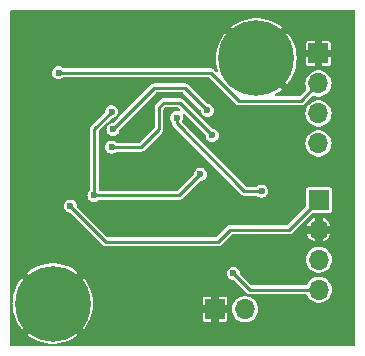
<source format=gbr>
%TF.GenerationSoftware,KiCad,Pcbnew,7.0.7*%
%TF.CreationDate,2023-09-04T20:39:43-04:00*%
%TF.ProjectId,PRJ,50524a2e-6b69-4636-9164-5f7063625858,rev?*%
%TF.SameCoordinates,Original*%
%TF.FileFunction,Copper,L2,Bot*%
%TF.FilePolarity,Positive*%
%FSLAX46Y46*%
G04 Gerber Fmt 4.6, Leading zero omitted, Abs format (unit mm)*
G04 Created by KiCad (PCBNEW 7.0.7) date 2023-09-04 20:39:43*
%MOMM*%
%LPD*%
G01*
G04 APERTURE LIST*
%TA.AperFunction,ComponentPad*%
%ADD10R,1.700000X1.700000*%
%TD*%
%TA.AperFunction,ComponentPad*%
%ADD11O,1.700000X1.700000*%
%TD*%
%TA.AperFunction,ComponentPad*%
%ADD12C,0.800000*%
%TD*%
%TA.AperFunction,ComponentPad*%
%ADD13C,6.400000*%
%TD*%
%TA.AperFunction,ViaPad*%
%ADD14C,0.600000*%
%TD*%
%TA.AperFunction,ViaPad*%
%ADD15C,0.500000*%
%TD*%
%TA.AperFunction,Conductor*%
%ADD16C,0.250000*%
%TD*%
G04 APERTURE END LIST*
D10*
%TO.P,J1,1,Pin_1*%
%TO.N,GND*%
X131000000Y-91580000D03*
D11*
%TO.P,J1,2,Pin_2*%
%TO.N,AVDD*%
X131000000Y-94120000D03*
%TO.P,J1,3,Pin_3*%
%TO.N,Net-(J1-Pin_3)*%
X131000000Y-96660000D03*
%TO.P,J1,4,Pin_4*%
%TO.N,Net-(J1-Pin_4)*%
X131000000Y-99200000D03*
%TD*%
D12*
%TO.P,H1,1,1*%
%TO.N,GND*%
X106100000Y-112750000D03*
X106802944Y-111052944D03*
X106802944Y-114447056D03*
X108500000Y-110350000D03*
D13*
X108500000Y-112750000D03*
D12*
X108500000Y-115150000D03*
X110197056Y-111052944D03*
X110197056Y-114447056D03*
X110900000Y-112750000D03*
%TD*%
D10*
%TO.P,J2,1,Pin_1*%
%TO.N,GND*%
X122250000Y-113225000D03*
D11*
%TO.P,J2,2,Pin_2*%
%TO.N,UPDI*%
X124790000Y-113225000D03*
%TD*%
D10*
%TO.P,J3,1,Pin_1*%
%TO.N,+5V*%
X131025000Y-103960000D03*
D11*
%TO.P,J3,2,Pin_2*%
%TO.N,GND*%
X131025000Y-106500000D03*
%TO.P,J3,3,Pin_3*%
%TO.N,SCL*%
X131025000Y-109040000D03*
%TO.P,J3,4,Pin_4*%
%TO.N,SDA*%
X131025000Y-111580000D03*
%TD*%
D12*
%TO.P,H2,1,1*%
%TO.N,GND*%
X123350000Y-92000000D03*
X124052944Y-90302944D03*
X124052944Y-93697056D03*
X125750000Y-89600000D03*
D13*
X125750000Y-92000000D03*
D12*
X125750000Y-94400000D03*
X127447056Y-90302944D03*
X127447056Y-93697056D03*
X128150000Y-92000000D03*
%TD*%
D14*
%TO.N,GND*%
X114500000Y-98500000D03*
X108600000Y-103600000D03*
X114500000Y-92000000D03*
X120800000Y-106400000D03*
X127600000Y-107600000D03*
X114500000Y-95500000D03*
D15*
X110250000Y-97500000D03*
D14*
X108400000Y-100200000D03*
X121500000Y-94500000D03*
X111000000Y-103500000D03*
X118500000Y-92000000D03*
X128800000Y-97800000D03*
X108000000Y-90500000D03*
X125000000Y-105500000D03*
%TO.N,+5V*%
X110000000Y-104500000D03*
%TO.N,AVDD*%
X109000000Y-93200000D03*
%TO.N,IN-*%
X121600000Y-96400000D03*
X113600000Y-98000000D03*
%TO.N,IN+*%
X113500000Y-99500000D03*
X122000000Y-98500000D03*
%TO.N,PD_SCK*%
X119000000Y-97000000D03*
X126200000Y-103231500D03*
%TO.N,+3.3V*%
X113500000Y-96500000D03*
X121000000Y-101800000D03*
X112000000Y-103600000D03*
%TO.N,SDA*%
X123800000Y-110200000D03*
%TD*%
D16*
%TO.N,+5V*%
X131025000Y-103960000D02*
X128500000Y-106485000D01*
X113000000Y-107500000D02*
X110000000Y-104500000D01*
X128500000Y-106500000D02*
X123500000Y-106500000D01*
X122500000Y-107500000D02*
X113000000Y-107500000D01*
X128500000Y-106485000D02*
X128500000Y-106500000D01*
X123500000Y-106500000D02*
X122500000Y-107500000D01*
%TO.N,AVDD*%
X124267529Y-95579000D02*
X129541000Y-95579000D01*
X109000000Y-93200000D02*
X121888529Y-93200000D01*
X121888529Y-93200000D02*
X124267529Y-95579000D01*
X129541000Y-95579000D02*
X131000000Y-94120000D01*
%TO.N,IN-*%
X121600000Y-96400000D02*
X119700000Y-94500000D01*
X119700000Y-94500000D02*
X117100000Y-94500000D01*
X117100000Y-94500000D02*
X113600000Y-98000000D01*
%TO.N,IN+*%
X117500000Y-96133008D02*
X117500000Y-98000000D01*
X119242500Y-95742500D02*
X117890508Y-95742500D01*
X122000000Y-98500000D02*
X119242500Y-95742500D01*
X117500000Y-98000000D02*
X116000000Y-99500000D01*
X117890508Y-95742500D02*
X117500000Y-96133008D01*
X116000000Y-99500000D02*
X113500000Y-99500000D01*
%TO.N,PD_SCK*%
X119000000Y-97500000D02*
X119000000Y-97000000D01*
X126200000Y-103231500D02*
X124731500Y-103231500D01*
X124731500Y-103231500D02*
X119000000Y-97500000D01*
%TO.N,+3.3V*%
X113500000Y-96500000D02*
X112000000Y-98000000D01*
X112000000Y-103600000D02*
X119200000Y-103600000D01*
X112000000Y-98000000D02*
X112000000Y-103600000D01*
X119200000Y-103600000D02*
X121000000Y-101800000D01*
%TO.N,SDA*%
X125180000Y-111580000D02*
X131025000Y-111580000D01*
X123800000Y-110200000D02*
X125180000Y-111580000D01*
%TD*%
%TA.AperFunction,Conductor*%
%TO.N,GND*%
G36*
X109890203Y-113691243D02*
G01*
X109922322Y-113712703D01*
X110237671Y-114028052D01*
X110265448Y-114082569D01*
X110255877Y-114143001D01*
X110212612Y-114186266D01*
X110177092Y-114194793D01*
X110177268Y-114196580D01*
X110172431Y-114197056D01*
X110154324Y-114200657D01*
X110099511Y-114211561D01*
X110099509Y-114211561D01*
X110099509Y-114211562D01*
X110099507Y-114211563D01*
X110016818Y-114266814D01*
X110016814Y-114266818D01*
X109961563Y-114349507D01*
X109961560Y-114349514D01*
X109944325Y-114436155D01*
X109914428Y-114489539D01*
X109858863Y-114515154D01*
X109798853Y-114503216D01*
X109777224Y-114486843D01*
X109462703Y-114172321D01*
X109434926Y-114117805D01*
X109444497Y-114057373D01*
X109468412Y-114027038D01*
X109532520Y-113972285D01*
X109634870Y-113884870D01*
X109777037Y-113718412D01*
X109829207Y-113686442D01*
X109890203Y-113691243D01*
G37*
%TD.AperFunction*%
%TA.AperFunction,Conductor*%
G36*
X107192626Y-113694496D02*
G01*
X107222961Y-113718411D01*
X107324430Y-113837217D01*
X107365130Y-113884870D01*
X107365136Y-113884875D01*
X107365139Y-113884878D01*
X107531587Y-114027037D01*
X107563557Y-114079206D01*
X107558756Y-114140202D01*
X107537296Y-114172321D01*
X107222774Y-114486843D01*
X107168257Y-114514620D01*
X107107825Y-114505049D01*
X107064560Y-114461784D01*
X107055674Y-114436161D01*
X107038439Y-114349511D01*
X106983184Y-114266816D01*
X106900489Y-114211561D01*
X106827568Y-114197056D01*
X106822732Y-114196580D01*
X106822984Y-114194018D01*
X106774141Y-114178149D01*
X106738177Y-114128649D01*
X106738177Y-114067463D01*
X106762328Y-114028053D01*
X107077677Y-113712703D01*
X107132194Y-113684925D01*
X107192626Y-113694496D01*
G37*
%TD.AperFunction*%
%TA.AperFunction,Conductor*%
G36*
X109892173Y-110994949D02*
G01*
X109935438Y-111038214D01*
X109944326Y-111063844D01*
X109947123Y-111077906D01*
X109961561Y-111150489D01*
X110016816Y-111233184D01*
X110099511Y-111288439D01*
X110172432Y-111302944D01*
X110172441Y-111302944D01*
X110177268Y-111303420D01*
X110177015Y-111305981D01*
X110225857Y-111321851D01*
X110261821Y-111371351D01*
X110261821Y-111432537D01*
X110237669Y-111471948D01*
X109922320Y-111787296D01*
X109867804Y-111815073D01*
X109807372Y-111805502D01*
X109777037Y-111781587D01*
X109634878Y-111615139D01*
X109634875Y-111615136D01*
X109634870Y-111615130D01*
X109634863Y-111615124D01*
X109634860Y-111615121D01*
X109468411Y-111472961D01*
X109436441Y-111420792D01*
X109441242Y-111359796D01*
X109462702Y-111327677D01*
X109777224Y-111013155D01*
X109831741Y-110985378D01*
X109892173Y-110994949D01*
G37*
%TD.AperFunction*%
%TA.AperFunction,Conductor*%
G36*
X107201145Y-110996782D02*
G01*
X107222775Y-111013156D01*
X107537296Y-111327678D01*
X107565073Y-111382194D01*
X107555502Y-111442626D01*
X107531588Y-111472961D01*
X107365133Y-111615127D01*
X107365127Y-111615133D01*
X107222961Y-111781588D01*
X107170792Y-111813557D01*
X107109795Y-111808756D01*
X107077677Y-111787296D01*
X106762329Y-111471948D01*
X106734552Y-111417431D01*
X106744123Y-111356999D01*
X106787388Y-111313734D01*
X106822907Y-111305206D01*
X106822732Y-111303420D01*
X106827558Y-111302944D01*
X106827568Y-111302944D01*
X106900489Y-111288439D01*
X106983184Y-111233184D01*
X107038439Y-111150489D01*
X107055674Y-111063843D01*
X107085570Y-111010461D01*
X107141135Y-110984845D01*
X107201145Y-110996782D01*
G37*
%TD.AperFunction*%
%TA.AperFunction,Conductor*%
G36*
X127140203Y-92941243D02*
G01*
X127172322Y-92962703D01*
X127487671Y-93278052D01*
X127515448Y-93332569D01*
X127505877Y-93393001D01*
X127462612Y-93436266D01*
X127427092Y-93444793D01*
X127427268Y-93446580D01*
X127422431Y-93447056D01*
X127404324Y-93450657D01*
X127349511Y-93461561D01*
X127349509Y-93461561D01*
X127349509Y-93461562D01*
X127349507Y-93461563D01*
X127266818Y-93516814D01*
X127266814Y-93516818D01*
X127211563Y-93599507D01*
X127211560Y-93599514D01*
X127194325Y-93686155D01*
X127164428Y-93739539D01*
X127108863Y-93765154D01*
X127048853Y-93753216D01*
X127027224Y-93736843D01*
X126712703Y-93422321D01*
X126684926Y-93367805D01*
X126694497Y-93307373D01*
X126718412Y-93277038D01*
X126767850Y-93234814D01*
X126884870Y-93134870D01*
X127027037Y-92968412D01*
X127079207Y-92936442D01*
X127140203Y-92941243D01*
G37*
%TD.AperFunction*%
%TA.AperFunction,Conductor*%
G36*
X127142173Y-90244949D02*
G01*
X127185438Y-90288214D01*
X127194326Y-90313844D01*
X127197123Y-90327906D01*
X127211561Y-90400489D01*
X127266816Y-90483184D01*
X127349511Y-90538439D01*
X127422432Y-90552944D01*
X127422441Y-90552944D01*
X127427268Y-90553420D01*
X127427015Y-90555981D01*
X127475857Y-90571851D01*
X127511821Y-90621351D01*
X127511821Y-90682537D01*
X127487669Y-90721948D01*
X127172320Y-91037296D01*
X127117804Y-91065073D01*
X127057372Y-91055502D01*
X127027037Y-91031587D01*
X126884878Y-90865139D01*
X126884875Y-90865136D01*
X126884870Y-90865130D01*
X126884863Y-90865124D01*
X126884860Y-90865121D01*
X126718411Y-90722961D01*
X126686441Y-90670792D01*
X126691242Y-90609796D01*
X126712702Y-90577677D01*
X127027224Y-90263155D01*
X127081741Y-90235378D01*
X127142173Y-90244949D01*
G37*
%TD.AperFunction*%
%TA.AperFunction,Conductor*%
G36*
X124451145Y-90246782D02*
G01*
X124472775Y-90263156D01*
X124787296Y-90577678D01*
X124815073Y-90632194D01*
X124805502Y-90692626D01*
X124781588Y-90722961D01*
X124615133Y-90865127D01*
X124615127Y-90865133D01*
X124472961Y-91031588D01*
X124420792Y-91063557D01*
X124359795Y-91058756D01*
X124327677Y-91037296D01*
X124012329Y-90721948D01*
X123984552Y-90667431D01*
X123994123Y-90606999D01*
X124037388Y-90563734D01*
X124072907Y-90555206D01*
X124072732Y-90553420D01*
X124077558Y-90552944D01*
X124077568Y-90552944D01*
X124150489Y-90538439D01*
X124233184Y-90483184D01*
X124288439Y-90400489D01*
X124305674Y-90313843D01*
X124335570Y-90260461D01*
X124391135Y-90234845D01*
X124451145Y-90246782D01*
G37*
%TD.AperFunction*%
%TA.AperFunction,Conductor*%
G36*
X134058691Y-87919407D02*
G01*
X134094655Y-87968907D01*
X134099500Y-87999500D01*
X134099500Y-116250500D01*
X134080593Y-116308691D01*
X134031093Y-116344655D01*
X134000500Y-116349500D01*
X104999500Y-116349500D01*
X104941309Y-116330593D01*
X104905345Y-116281093D01*
X104900500Y-116250500D01*
X104900500Y-112817127D01*
X104919407Y-112758936D01*
X104930865Y-112750611D01*
X105068134Y-112750611D01*
X105079593Y-112758936D01*
X105098355Y-112811767D01*
X105114965Y-113118143D01*
X105174614Y-113481979D01*
X105273242Y-113837206D01*
X105273246Y-113837217D01*
X105409711Y-114179721D01*
X105582403Y-114505453D01*
X105789306Y-114810611D01*
X105789313Y-114810621D01*
X105876781Y-114913596D01*
X106383112Y-114407266D01*
X106437629Y-114379489D01*
X106498061Y-114389060D01*
X106541326Y-114432325D01*
X106550213Y-114457954D01*
X106567449Y-114544601D01*
X106622704Y-114627296D01*
X106705399Y-114682551D01*
X106778320Y-114697056D01*
X106778329Y-114697056D01*
X106783156Y-114697532D01*
X106782903Y-114700093D01*
X106831746Y-114715963D01*
X106867710Y-114765463D01*
X106867710Y-114826649D01*
X106843559Y-114866060D01*
X106334745Y-115374873D01*
X106589156Y-115568272D01*
X106589161Y-115568275D01*
X106905070Y-115758352D01*
X107239676Y-115913157D01*
X107589076Y-116030884D01*
X107949128Y-116110137D01*
X107949127Y-116110137D01*
X108315657Y-116150000D01*
X108684343Y-116150000D01*
X109050872Y-116110137D01*
X109410922Y-116030884D01*
X109410924Y-116030884D01*
X109760323Y-115913157D01*
X110094929Y-115758352D01*
X110410836Y-115568277D01*
X110665252Y-115374872D01*
X110156440Y-114866060D01*
X110128663Y-114811543D01*
X110138234Y-114751111D01*
X110181499Y-114707846D01*
X110217019Y-114699318D01*
X110216844Y-114697532D01*
X110221670Y-114697056D01*
X110221680Y-114697056D01*
X110294601Y-114682551D01*
X110377296Y-114627296D01*
X110432551Y-114544601D01*
X110449786Y-114457955D01*
X110479682Y-114404573D01*
X110535247Y-114378957D01*
X110595257Y-114390894D01*
X110616887Y-114407267D01*
X111123217Y-114913597D01*
X111210686Y-114810621D01*
X111210693Y-114810611D01*
X111417596Y-114505453D01*
X111590288Y-114179721D01*
X111624163Y-114094700D01*
X121200000Y-114094700D01*
X121211603Y-114153036D01*
X121255806Y-114219189D01*
X121255810Y-114219193D01*
X121321963Y-114263396D01*
X121380299Y-114274999D01*
X121380303Y-114275000D01*
X121924999Y-114275000D01*
X121925000Y-114274999D01*
X121925000Y-113780297D01*
X121943907Y-113722106D01*
X121993407Y-113686142D01*
X122054593Y-113686142D01*
X122065123Y-113690242D01*
X122107685Y-113709680D01*
X122125443Y-113712233D01*
X122214232Y-113725000D01*
X122214237Y-113725000D01*
X122285768Y-113725000D01*
X122366755Y-113713355D01*
X122392315Y-113709680D01*
X122434873Y-113690243D01*
X122495659Y-113683269D01*
X122548936Y-113713355D01*
X122574355Y-113769010D01*
X122575000Y-113780297D01*
X122575000Y-114274999D01*
X122575001Y-114275000D01*
X123119697Y-114275000D01*
X123119700Y-114274999D01*
X123178036Y-114263396D01*
X123244189Y-114219193D01*
X123244193Y-114219189D01*
X123288396Y-114153036D01*
X123299999Y-114094700D01*
X123300000Y-114094697D01*
X123299999Y-113550000D01*
X122807929Y-113550000D01*
X122749738Y-113531093D01*
X122713774Y-113481593D01*
X122712939Y-113423109D01*
X122749999Y-113296892D01*
X122750000Y-113296888D01*
X122750000Y-113225000D01*
X123680768Y-113225000D01*
X123699655Y-113428822D01*
X123715431Y-113484269D01*
X123755672Y-113625701D01*
X123846912Y-113808935D01*
X123970268Y-113972285D01*
X124121538Y-114110186D01*
X124295573Y-114217944D01*
X124486444Y-114291888D01*
X124687653Y-114329500D01*
X124892347Y-114329500D01*
X125093556Y-114291888D01*
X125284427Y-114217944D01*
X125458462Y-114110186D01*
X125609732Y-113972285D01*
X125733088Y-113808935D01*
X125824328Y-113625701D01*
X125880345Y-113428821D01*
X125899232Y-113225000D01*
X125880345Y-113021179D01*
X125824328Y-112824299D01*
X125733088Y-112641065D01*
X125609732Y-112477715D01*
X125458462Y-112339814D01*
X125284427Y-112232056D01*
X125093556Y-112158112D01*
X125093555Y-112158111D01*
X125093553Y-112158111D01*
X124892347Y-112120500D01*
X124687653Y-112120500D01*
X124486446Y-112158111D01*
X124295572Y-112232056D01*
X124295567Y-112232059D01*
X124121542Y-112339811D01*
X124121540Y-112339812D01*
X124121538Y-112339814D01*
X123970268Y-112477715D01*
X123953439Y-112500000D01*
X123846913Y-112641063D01*
X123846908Y-112641072D01*
X123755672Y-112824298D01*
X123699655Y-113021177D01*
X123680768Y-113225000D01*
X122750000Y-113225000D01*
X122750000Y-113153111D01*
X122749999Y-113153107D01*
X122712939Y-113026891D01*
X122714686Y-112965731D01*
X122752049Y-112917278D01*
X122807929Y-112900000D01*
X123299999Y-112900000D01*
X123299999Y-112899999D01*
X123300000Y-112355302D01*
X123299999Y-112355299D01*
X123288396Y-112296963D01*
X123244193Y-112230810D01*
X123244189Y-112230806D01*
X123178036Y-112186603D01*
X123119700Y-112175000D01*
X122575001Y-112175000D01*
X122574999Y-112175001D01*
X122575000Y-112669702D01*
X122556093Y-112727893D01*
X122506593Y-112763857D01*
X122445407Y-112763857D01*
X122434874Y-112759756D01*
X122392312Y-112740318D01*
X122285768Y-112725000D01*
X122285763Y-112725000D01*
X122214237Y-112725000D01*
X122214232Y-112725000D01*
X122107687Y-112740318D01*
X122065126Y-112759756D01*
X122004339Y-112766730D01*
X121951063Y-112736643D01*
X121925645Y-112680987D01*
X121925000Y-112669702D01*
X121925000Y-112175001D01*
X121924999Y-112175000D01*
X121380299Y-112175000D01*
X121321963Y-112186603D01*
X121255810Y-112230806D01*
X121255806Y-112230810D01*
X121211603Y-112296963D01*
X121200000Y-112355299D01*
X121200000Y-112899999D01*
X121200001Y-112900000D01*
X121692071Y-112900000D01*
X121750262Y-112918907D01*
X121786226Y-112968407D01*
X121787061Y-113026891D01*
X121750000Y-113153107D01*
X121750000Y-113296892D01*
X121787061Y-113423109D01*
X121785314Y-113484269D01*
X121747951Y-113532722D01*
X121692071Y-113550000D01*
X121200000Y-113550000D01*
X121200000Y-114094700D01*
X111624163Y-114094700D01*
X111726753Y-113837217D01*
X111726757Y-113837206D01*
X111825385Y-113481979D01*
X111885034Y-113118143D01*
X111904993Y-112749999D01*
X111885034Y-112381856D01*
X111825385Y-112018020D01*
X111726757Y-111662793D01*
X111726753Y-111662782D01*
X111590288Y-111320278D01*
X111417596Y-110994546D01*
X111210693Y-110689388D01*
X111210686Y-110689378D01*
X111123216Y-110586401D01*
X110616887Y-111092731D01*
X110562370Y-111120508D01*
X110501938Y-111110937D01*
X110458673Y-111067672D01*
X110449786Y-111042045D01*
X110432551Y-110955399D01*
X110377296Y-110872704D01*
X110294601Y-110817449D01*
X110221680Y-110802944D01*
X110216844Y-110802468D01*
X110217096Y-110799907D01*
X110168252Y-110784037D01*
X110132288Y-110734537D01*
X110132288Y-110673351D01*
X110156439Y-110633940D01*
X110590378Y-110200000D01*
X123240715Y-110200000D01*
X123259771Y-110344750D01*
X123259773Y-110344756D01*
X123302349Y-110447545D01*
X123315645Y-110479643D01*
X123404526Y-110595474D01*
X123520357Y-110684355D01*
X123655246Y-110740228D01*
X123792697Y-110758323D01*
X123847921Y-110784664D01*
X123849778Y-110786472D01*
X124876563Y-111813257D01*
X124889436Y-111829108D01*
X124896932Y-111840582D01*
X124925887Y-111863118D01*
X124930484Y-111867178D01*
X124933887Y-111870581D01*
X124953093Y-111884294D01*
X124996881Y-111918375D01*
X124996882Y-111918375D01*
X125003867Y-111922155D01*
X125011016Y-111925649D01*
X125011021Y-111925653D01*
X125064182Y-111941479D01*
X125116673Y-111959500D01*
X125116677Y-111959500D01*
X125124481Y-111960803D01*
X125132402Y-111961789D01*
X125132410Y-111961792D01*
X125187836Y-111959500D01*
X129918817Y-111959500D01*
X129977008Y-111978407D01*
X130007438Y-112014372D01*
X130010922Y-112021369D01*
X130081912Y-112163935D01*
X130205268Y-112327285D01*
X130356538Y-112465186D01*
X130530573Y-112572944D01*
X130721444Y-112646888D01*
X130922653Y-112684500D01*
X131127347Y-112684500D01*
X131328556Y-112646888D01*
X131519427Y-112572944D01*
X131693462Y-112465186D01*
X131844732Y-112327285D01*
X131968088Y-112163935D01*
X132059328Y-111980701D01*
X132115345Y-111783821D01*
X132134232Y-111580000D01*
X132115345Y-111376179D01*
X132059328Y-111179299D01*
X131968088Y-110996065D01*
X131844732Y-110832715D01*
X131693462Y-110694814D01*
X131519427Y-110587056D01*
X131328556Y-110513112D01*
X131328555Y-110513111D01*
X131328553Y-110513111D01*
X131127347Y-110475500D01*
X130922653Y-110475500D01*
X130721446Y-110513111D01*
X130530572Y-110587056D01*
X130530567Y-110587059D01*
X130356542Y-110694811D01*
X130356540Y-110694812D01*
X130356538Y-110694814D01*
X130255994Y-110786472D01*
X130205269Y-110832714D01*
X130081913Y-110996063D01*
X130081908Y-110996072D01*
X130007438Y-111145628D01*
X129964575Y-111189291D01*
X129918817Y-111200500D01*
X125378202Y-111200500D01*
X125320011Y-111181593D01*
X125308198Y-111171504D01*
X124386472Y-110249778D01*
X124358695Y-110195261D01*
X124358323Y-110192696D01*
X124355303Y-110169760D01*
X124340228Y-110055246D01*
X124284355Y-109920358D01*
X124195474Y-109804526D01*
X124195472Y-109804525D01*
X124195472Y-109804524D01*
X124113529Y-109741647D01*
X124079643Y-109715645D01*
X123944754Y-109659772D01*
X123944752Y-109659771D01*
X123944750Y-109659771D01*
X123800001Y-109640715D01*
X123799999Y-109640715D01*
X123655249Y-109659771D01*
X123655244Y-109659773D01*
X123520359Y-109715644D01*
X123404527Y-109804525D01*
X123404525Y-109804527D01*
X123315644Y-109920359D01*
X123259773Y-110055244D01*
X123259771Y-110055249D01*
X123240715Y-110199999D01*
X123240715Y-110200000D01*
X110590378Y-110200000D01*
X110665253Y-110125125D01*
X110410843Y-109931727D01*
X110410838Y-109931724D01*
X110094929Y-109741647D01*
X109760323Y-109586842D01*
X109410923Y-109469115D01*
X109050871Y-109389862D01*
X109050872Y-109389862D01*
X108684343Y-109350000D01*
X108315657Y-109350000D01*
X107949127Y-109389862D01*
X107589077Y-109469115D01*
X107589075Y-109469115D01*
X107239676Y-109586842D01*
X106905070Y-109741647D01*
X106589161Y-109931724D01*
X106589156Y-109931727D01*
X106334745Y-110125125D01*
X106843560Y-110633940D01*
X106871337Y-110688457D01*
X106861766Y-110748889D01*
X106818501Y-110792154D01*
X106782980Y-110800681D01*
X106783156Y-110802468D01*
X106778319Y-110802944D01*
X106760212Y-110806545D01*
X106705399Y-110817449D01*
X106705397Y-110817449D01*
X106705397Y-110817450D01*
X106705395Y-110817451D01*
X106622706Y-110872702D01*
X106622702Y-110872706D01*
X106567451Y-110955395D01*
X106567448Y-110955402D01*
X106550213Y-111042043D01*
X106520316Y-111095427D01*
X106464751Y-111121042D01*
X106404741Y-111109104D01*
X106383112Y-111092732D01*
X105876781Y-110586401D01*
X105789316Y-110689374D01*
X105789311Y-110689380D01*
X105582403Y-110994546D01*
X105409711Y-111320278D01*
X105273246Y-111662782D01*
X105273242Y-111662793D01*
X105174614Y-112018020D01*
X105114965Y-112381856D01*
X105098355Y-112688232D01*
X105076325Y-112745313D01*
X105068134Y-112750611D01*
X104930865Y-112750611D01*
X104932289Y-112749576D01*
X104916374Y-112736641D01*
X104900500Y-112682872D01*
X104900500Y-109040000D01*
X129915768Y-109040000D01*
X129934655Y-109243821D01*
X129990672Y-109440701D01*
X130081912Y-109623935D01*
X130205268Y-109787285D01*
X130356538Y-109925186D01*
X130530573Y-110032944D01*
X130721444Y-110106888D01*
X130922653Y-110144500D01*
X131127347Y-110144500D01*
X131328556Y-110106888D01*
X131519427Y-110032944D01*
X131693462Y-109925186D01*
X131844732Y-109787285D01*
X131968088Y-109623935D01*
X132059328Y-109440701D01*
X132115345Y-109243821D01*
X132134232Y-109040000D01*
X132115345Y-108836179D01*
X132059328Y-108639299D01*
X131968088Y-108456065D01*
X131844732Y-108292715D01*
X131693462Y-108154814D01*
X131519427Y-108047056D01*
X131328556Y-107973112D01*
X131328555Y-107973111D01*
X131328553Y-107973111D01*
X131127347Y-107935500D01*
X130922653Y-107935500D01*
X130721446Y-107973111D01*
X130530572Y-108047056D01*
X130530567Y-108047059D01*
X130356542Y-108154811D01*
X130356540Y-108154812D01*
X130356538Y-108154814D01*
X130223461Y-108276129D01*
X130205269Y-108292714D01*
X130081913Y-108456063D01*
X130081908Y-108456072D01*
X129990672Y-108639298D01*
X129934655Y-108836177D01*
X129934654Y-108836179D01*
X129934655Y-108836179D01*
X129915768Y-109040000D01*
X104900500Y-109040000D01*
X104900500Y-104500000D01*
X109440715Y-104500000D01*
X109444375Y-104527805D01*
X109459772Y-104644754D01*
X109515645Y-104779643D01*
X109604526Y-104895474D01*
X109720357Y-104984355D01*
X109855246Y-105040228D01*
X109992697Y-105058323D01*
X110047921Y-105084664D01*
X110049778Y-105086472D01*
X112696563Y-107733257D01*
X112709436Y-107749108D01*
X112716932Y-107760582D01*
X112745887Y-107783118D01*
X112750484Y-107787178D01*
X112753887Y-107790581D01*
X112773094Y-107804295D01*
X112784440Y-107813126D01*
X112816881Y-107838375D01*
X112816882Y-107838375D01*
X112823867Y-107842155D01*
X112831016Y-107845649D01*
X112831021Y-107845653D01*
X112884182Y-107861479D01*
X112936673Y-107879500D01*
X112936677Y-107879500D01*
X112944481Y-107880803D01*
X112952402Y-107881789D01*
X112952410Y-107881792D01*
X113007836Y-107879500D01*
X122450373Y-107879500D01*
X122470688Y-107881607D01*
X122475205Y-107882553D01*
X122484100Y-107884419D01*
X122520514Y-107879879D01*
X122526639Y-107879500D01*
X122531444Y-107879500D01*
X122539200Y-107878205D01*
X122554715Y-107875616D01*
X122609783Y-107868752D01*
X122609786Y-107868750D01*
X122617380Y-107866490D01*
X122624923Y-107863900D01*
X122624927Y-107863900D01*
X122673705Y-107837502D01*
X122723568Y-107813126D01*
X122723570Y-107813123D01*
X122730010Y-107808525D01*
X122736309Y-107803622D01*
X122736316Y-107803619D01*
X122773880Y-107762813D01*
X122803436Y-107733257D01*
X123628199Y-106908496D01*
X123682715Y-106880719D01*
X123698202Y-106879500D01*
X128482258Y-106879500D01*
X128486347Y-106879669D01*
X128488369Y-106879836D01*
X128531772Y-106883433D01*
X128575994Y-106872233D01*
X128579949Y-106871404D01*
X128624927Y-106863900D01*
X128628164Y-106862147D01*
X128650981Y-106853244D01*
X128654551Y-106852341D01*
X128692736Y-106827392D01*
X128696211Y-106825322D01*
X128736316Y-106803619D01*
X128738802Y-106800917D01*
X128757499Y-106785081D01*
X128760582Y-106783068D01*
X128788587Y-106747084D01*
X128791223Y-106743972D01*
X128822097Y-106710437D01*
X128823082Y-106708190D01*
X128843737Y-106677955D01*
X129346693Y-106174999D01*
X130026339Y-106174999D01*
X130026340Y-106175000D01*
X130467071Y-106175000D01*
X130525262Y-106193907D01*
X130561226Y-106243407D01*
X130562061Y-106301891D01*
X130525000Y-106428107D01*
X130525000Y-106571892D01*
X130562061Y-106698109D01*
X130560314Y-106759269D01*
X130522951Y-106807722D01*
X130467071Y-106825000D01*
X130026340Y-106825000D01*
X130050232Y-106903762D01*
X130050234Y-106903767D01*
X130147724Y-107086160D01*
X130147731Y-107086170D01*
X130278940Y-107246050D01*
X130278949Y-107246059D01*
X130438829Y-107377268D01*
X130438839Y-107377275D01*
X130621232Y-107474765D01*
X130621237Y-107474767D01*
X130699999Y-107498660D01*
X130700000Y-107498660D01*
X130700000Y-107055297D01*
X130718907Y-106997106D01*
X130768407Y-106961142D01*
X130829593Y-106961142D01*
X130840123Y-106965242D01*
X130882685Y-106984680D01*
X130900443Y-106987233D01*
X130989232Y-107000000D01*
X130989237Y-107000000D01*
X131060768Y-107000000D01*
X131141755Y-106988355D01*
X131167315Y-106984680D01*
X131209873Y-106965243D01*
X131270659Y-106958269D01*
X131323936Y-106988355D01*
X131349355Y-107044010D01*
X131350000Y-107055297D01*
X131350000Y-107498660D01*
X131428762Y-107474767D01*
X131428767Y-107474765D01*
X131611160Y-107377275D01*
X131611170Y-107377268D01*
X131771050Y-107246059D01*
X131771059Y-107246050D01*
X131902268Y-107086170D01*
X131902275Y-107086160D01*
X131999765Y-106903767D01*
X131999767Y-106903762D01*
X132023660Y-106825000D01*
X131582929Y-106825000D01*
X131524738Y-106806093D01*
X131488774Y-106756593D01*
X131487939Y-106698109D01*
X131524999Y-106571892D01*
X131525000Y-106571888D01*
X131525000Y-106428111D01*
X131524999Y-106428107D01*
X131487939Y-106301891D01*
X131489686Y-106240731D01*
X131527049Y-106192278D01*
X131582929Y-106175000D01*
X132023660Y-106175000D01*
X132023660Y-106174999D01*
X131999767Y-106096237D01*
X131999765Y-106096232D01*
X131902275Y-105913839D01*
X131902268Y-105913829D01*
X131771059Y-105753949D01*
X131771050Y-105753940D01*
X131611170Y-105622731D01*
X131611160Y-105622724D01*
X131428771Y-105525236D01*
X131428758Y-105525231D01*
X131350000Y-105501339D01*
X131350000Y-105944702D01*
X131331093Y-106002893D01*
X131281593Y-106038857D01*
X131220407Y-106038857D01*
X131209874Y-106034756D01*
X131167312Y-106015318D01*
X131060768Y-106000000D01*
X131060763Y-106000000D01*
X130989237Y-106000000D01*
X130989232Y-106000000D01*
X130882687Y-106015318D01*
X130840126Y-106034756D01*
X130779339Y-106041730D01*
X130726063Y-106011643D01*
X130700645Y-105955987D01*
X130700000Y-105944702D01*
X130700000Y-105501339D01*
X130621241Y-105525231D01*
X130621228Y-105525236D01*
X130438839Y-105622724D01*
X130438829Y-105622731D01*
X130278949Y-105753940D01*
X130278940Y-105753949D01*
X130147731Y-105913829D01*
X130147724Y-105913839D01*
X130050234Y-106096232D01*
X130050232Y-106096237D01*
X130026339Y-106174999D01*
X129346693Y-106174999D01*
X130428197Y-105093495D01*
X130482715Y-105065718D01*
X130498202Y-105064499D01*
X131900064Y-105064499D01*
X131900066Y-105064499D01*
X131974301Y-105049734D01*
X132058484Y-104993484D01*
X132114734Y-104909301D01*
X132129500Y-104835067D01*
X132129499Y-103084934D01*
X132114734Y-103010699D01*
X132114733Y-103010697D01*
X132058486Y-102926519D01*
X132058485Y-102926518D01*
X132058484Y-102926516D01*
X131974301Y-102870266D01*
X131900067Y-102855500D01*
X131900066Y-102855500D01*
X130149936Y-102855500D01*
X130149929Y-102855501D01*
X130075699Y-102870265D01*
X130075697Y-102870266D01*
X129991519Y-102926513D01*
X129991514Y-102926518D01*
X129974582Y-102951859D01*
X129935266Y-103010699D01*
X129923437Y-103070166D01*
X129920500Y-103084932D01*
X129920500Y-104486797D01*
X129901593Y-104544988D01*
X129891504Y-104556801D01*
X128356802Y-106091504D01*
X128302285Y-106119281D01*
X128286798Y-106120500D01*
X123549627Y-106120500D01*
X123529312Y-106118393D01*
X123515901Y-106115581D01*
X123515900Y-106115581D01*
X123479485Y-106120120D01*
X123473361Y-106120500D01*
X123468557Y-106120500D01*
X123453040Y-106123088D01*
X123445281Y-106124383D01*
X123390218Y-106131247D01*
X123382608Y-106133513D01*
X123375070Y-106136100D01*
X123326289Y-106162500D01*
X123276434Y-106186872D01*
X123269966Y-106191490D01*
X123263685Y-106196379D01*
X123226118Y-106237185D01*
X123226119Y-106237186D01*
X122785354Y-106677952D01*
X122371802Y-107091504D01*
X122317285Y-107119281D01*
X122301798Y-107120500D01*
X113198202Y-107120500D01*
X113140011Y-107101593D01*
X113128198Y-107091504D01*
X110586472Y-104549778D01*
X110558695Y-104495261D01*
X110558323Y-104492696D01*
X110557546Y-104486797D01*
X110540228Y-104355246D01*
X110484355Y-104220358D01*
X110395474Y-104104526D01*
X110395472Y-104104525D01*
X110395472Y-104104524D01*
X110341571Y-104063165D01*
X110279643Y-104015645D01*
X110230948Y-103995475D01*
X110193299Y-103979880D01*
X110144754Y-103959772D01*
X110144752Y-103959771D01*
X110144750Y-103959771D01*
X110000001Y-103940715D01*
X109999999Y-103940715D01*
X109855249Y-103959771D01*
X109855246Y-103959771D01*
X109855246Y-103959772D01*
X109833569Y-103968751D01*
X109720359Y-104015644D01*
X109604527Y-104104525D01*
X109604525Y-104104527D01*
X109515644Y-104220359D01*
X109459773Y-104355244D01*
X109459771Y-104355249D01*
X109440715Y-104499999D01*
X109440715Y-104500000D01*
X104900500Y-104500000D01*
X104900500Y-103600000D01*
X111440715Y-103600000D01*
X111459772Y-103744754D01*
X111515645Y-103879643D01*
X111604526Y-103995474D01*
X111720357Y-104084355D01*
X111855246Y-104140228D01*
X111963811Y-104154520D01*
X111999999Y-104159285D01*
X112000000Y-104159285D01*
X112000001Y-104159285D01*
X112028950Y-104155473D01*
X112144754Y-104140228D01*
X112279643Y-104084355D01*
X112389629Y-103999958D01*
X112447305Y-103979534D01*
X112449897Y-103979500D01*
X119150373Y-103979500D01*
X119170688Y-103981607D01*
X119175205Y-103982553D01*
X119184100Y-103984419D01*
X119220514Y-103979879D01*
X119226639Y-103979500D01*
X119231444Y-103979500D01*
X119239200Y-103978205D01*
X119254715Y-103975616D01*
X119309783Y-103968752D01*
X119309786Y-103968750D01*
X119317380Y-103966490D01*
X119324923Y-103963900D01*
X119324927Y-103963900D01*
X119373705Y-103937502D01*
X119423568Y-103913126D01*
X119423570Y-103913123D01*
X119430010Y-103908525D01*
X119436309Y-103903622D01*
X119436316Y-103903619D01*
X119473880Y-103862813D01*
X120950222Y-102386470D01*
X121004737Y-102358695D01*
X121007250Y-102358330D01*
X121144754Y-102340228D01*
X121279643Y-102284355D01*
X121395474Y-102195474D01*
X121484355Y-102079643D01*
X121540228Y-101944754D01*
X121559285Y-101800000D01*
X121540228Y-101655246D01*
X121484355Y-101520358D01*
X121395474Y-101404526D01*
X121395472Y-101404525D01*
X121395472Y-101404524D01*
X121341572Y-101363165D01*
X121279643Y-101315645D01*
X121144754Y-101259772D01*
X121144752Y-101259771D01*
X121144750Y-101259771D01*
X121000001Y-101240715D01*
X120999999Y-101240715D01*
X120855249Y-101259771D01*
X120855244Y-101259773D01*
X120720359Y-101315644D01*
X120604527Y-101404525D01*
X120604525Y-101404527D01*
X120515644Y-101520359D01*
X120459773Y-101655244D01*
X120459771Y-101655249D01*
X120441676Y-101792695D01*
X120415335Y-101847920D01*
X120413527Y-101849777D01*
X119071802Y-103191504D01*
X119017285Y-103219281D01*
X119001798Y-103220500D01*
X112478500Y-103220500D01*
X112420309Y-103201593D01*
X112384345Y-103152093D01*
X112379500Y-103121500D01*
X112379500Y-101240715D01*
X112379500Y-99500000D01*
X112940715Y-99500000D01*
X112959772Y-99644754D01*
X113015645Y-99779643D01*
X113104526Y-99895474D01*
X113220357Y-99984355D01*
X113355246Y-100040228D01*
X113463811Y-100054520D01*
X113499999Y-100059285D01*
X113500000Y-100059285D01*
X113500001Y-100059285D01*
X113528950Y-100055473D01*
X113644754Y-100040228D01*
X113779643Y-99984355D01*
X113889629Y-99899958D01*
X113947305Y-99879534D01*
X113949897Y-99879500D01*
X115950373Y-99879500D01*
X115970688Y-99881607D01*
X115975205Y-99882553D01*
X115984100Y-99884419D01*
X116020514Y-99879879D01*
X116026639Y-99879500D01*
X116031444Y-99879500D01*
X116039200Y-99878205D01*
X116054715Y-99875616D01*
X116109783Y-99868752D01*
X116109786Y-99868750D01*
X116117380Y-99866490D01*
X116124923Y-99863900D01*
X116124927Y-99863900D01*
X116173705Y-99837502D01*
X116223568Y-99813126D01*
X116223570Y-99813123D01*
X116230010Y-99808525D01*
X116236309Y-99803622D01*
X116236316Y-99803619D01*
X116273880Y-99762813D01*
X117733261Y-98303431D01*
X117749110Y-98290562D01*
X117760582Y-98283068D01*
X117783119Y-98254110D01*
X117787172Y-98249520D01*
X117790580Y-98246114D01*
X117804293Y-98226906D01*
X117838375Y-98183119D01*
X117838375Y-98183116D01*
X117842160Y-98176123D01*
X117845652Y-98168981D01*
X117845651Y-98168981D01*
X117845653Y-98168980D01*
X117861478Y-98115820D01*
X117879500Y-98063327D01*
X117879500Y-98063324D01*
X117879501Y-98063322D01*
X117880801Y-98055531D01*
X117881791Y-98047590D01*
X117879500Y-97992189D01*
X117879500Y-96331210D01*
X117898407Y-96273019D01*
X117908496Y-96261206D01*
X118018706Y-96150996D01*
X118073223Y-96123219D01*
X118088710Y-96122000D01*
X119044298Y-96122000D01*
X119102489Y-96140907D01*
X119114302Y-96150996D01*
X119267950Y-96304644D01*
X119295727Y-96359161D01*
X119286156Y-96419593D01*
X119242891Y-96462858D01*
X119182459Y-96472429D01*
X119160061Y-96466112D01*
X119144759Y-96459773D01*
X119144750Y-96459771D01*
X119000001Y-96440715D01*
X118999999Y-96440715D01*
X118855249Y-96459771D01*
X118855244Y-96459773D01*
X118720359Y-96515644D01*
X118604527Y-96604525D01*
X118604525Y-96604527D01*
X118515644Y-96720359D01*
X118484530Y-96795475D01*
X118459775Y-96855240D01*
X118459773Y-96855244D01*
X118459771Y-96855249D01*
X118440715Y-96999999D01*
X118440715Y-97000000D01*
X118459771Y-97144750D01*
X118459773Y-97144756D01*
X118515644Y-97279643D01*
X118515646Y-97279645D01*
X118600041Y-97389629D01*
X118620466Y-97447305D01*
X118620500Y-97449897D01*
X118620500Y-97450373D01*
X118618393Y-97470687D01*
X118615581Y-97484100D01*
X118619513Y-97515645D01*
X118620120Y-97520509D01*
X118620500Y-97526638D01*
X118620500Y-97531445D01*
X118624383Y-97554715D01*
X118631247Y-97609780D01*
X118633519Y-97617414D01*
X118636099Y-97624925D01*
X118662497Y-97673705D01*
X118686873Y-97723567D01*
X118691485Y-97730026D01*
X118696379Y-97736313D01*
X118696381Y-97736316D01*
X118737186Y-97773880D01*
X122204021Y-101240715D01*
X124428063Y-103464757D01*
X124440936Y-103480608D01*
X124448432Y-103492082D01*
X124477387Y-103514618D01*
X124481984Y-103518678D01*
X124485387Y-103522081D01*
X124504593Y-103535794D01*
X124548381Y-103569875D01*
X124548382Y-103569875D01*
X124555367Y-103573655D01*
X124562516Y-103577149D01*
X124562521Y-103577153D01*
X124615682Y-103592979D01*
X124668173Y-103611000D01*
X124668177Y-103611000D01*
X124675984Y-103612303D01*
X124683902Y-103613289D01*
X124683910Y-103613292D01*
X124739325Y-103611000D01*
X125750103Y-103611000D01*
X125808294Y-103629907D01*
X125810371Y-103631459D01*
X125920354Y-103715853D01*
X125920356Y-103715855D01*
X125968045Y-103735608D01*
X126055246Y-103771728D01*
X126163811Y-103786020D01*
X126199999Y-103790785D01*
X126200000Y-103790785D01*
X126200001Y-103790785D01*
X126228950Y-103786973D01*
X126344754Y-103771728D01*
X126479643Y-103715855D01*
X126595474Y-103626974D01*
X126684355Y-103511143D01*
X126740228Y-103376254D01*
X126759285Y-103231500D01*
X126740228Y-103086746D01*
X126684355Y-102951858D01*
X126595474Y-102836026D01*
X126595472Y-102836025D01*
X126595472Y-102836024D01*
X126541572Y-102794665D01*
X126479643Y-102747145D01*
X126344754Y-102691272D01*
X126344752Y-102691271D01*
X126344750Y-102691271D01*
X126200001Y-102672215D01*
X126199999Y-102672215D01*
X126055249Y-102691271D01*
X126055244Y-102691273D01*
X125920358Y-102747144D01*
X125920355Y-102747145D01*
X125810368Y-102831542D01*
X125752692Y-102851966D01*
X125750101Y-102852000D01*
X124929702Y-102852000D01*
X124871511Y-102833093D01*
X124859698Y-102823004D01*
X121236694Y-99200000D01*
X129890768Y-99200000D01*
X129909655Y-99403821D01*
X129965672Y-99600701D01*
X130056912Y-99783935D01*
X130180268Y-99947285D01*
X130331538Y-100085186D01*
X130505573Y-100192944D01*
X130696444Y-100266888D01*
X130897653Y-100304500D01*
X131102347Y-100304500D01*
X131303556Y-100266888D01*
X131494427Y-100192944D01*
X131668462Y-100085186D01*
X131819732Y-99947285D01*
X131943088Y-99783935D01*
X132034328Y-99600701D01*
X132090345Y-99403821D01*
X132109232Y-99200000D01*
X132090345Y-98996179D01*
X132034328Y-98799299D01*
X131943088Y-98616065D01*
X131819732Y-98452715D01*
X131668462Y-98314814D01*
X131515912Y-98220359D01*
X131494432Y-98207059D01*
X131494427Y-98207056D01*
X131471570Y-98198201D01*
X131303556Y-98133112D01*
X131303555Y-98133111D01*
X131303553Y-98133111D01*
X131102347Y-98095500D01*
X130897653Y-98095500D01*
X130696446Y-98133111D01*
X130505572Y-98207056D01*
X130505567Y-98207059D01*
X130331542Y-98314811D01*
X130331540Y-98314812D01*
X130331538Y-98314814D01*
X130180268Y-98452715D01*
X130156375Y-98484355D01*
X130056913Y-98616063D01*
X130056908Y-98616072D01*
X129965672Y-98799298D01*
X129909655Y-98996177D01*
X129909654Y-98996179D01*
X129909655Y-98996179D01*
X129890768Y-99200000D01*
X121236694Y-99200000D01*
X119472797Y-97436103D01*
X119445020Y-97381586D01*
X119454591Y-97321154D01*
X119464257Y-97305833D01*
X119484355Y-97279643D01*
X119540228Y-97144754D01*
X119559285Y-97000000D01*
X119540228Y-96855246D01*
X119533888Y-96839940D01*
X119529086Y-96778944D01*
X119561054Y-96726774D01*
X119617582Y-96703358D01*
X119677077Y-96717641D01*
X119695355Y-96732049D01*
X121413527Y-98450221D01*
X121441304Y-98504738D01*
X121441676Y-98507303D01*
X121455994Y-98616063D01*
X121459772Y-98644754D01*
X121515645Y-98779643D01*
X121604526Y-98895474D01*
X121720357Y-98984355D01*
X121855246Y-99040228D01*
X121963811Y-99054520D01*
X121999999Y-99059285D01*
X122000000Y-99059285D01*
X122000001Y-99059285D01*
X122028950Y-99055473D01*
X122144754Y-99040228D01*
X122279643Y-98984355D01*
X122395474Y-98895474D01*
X122484355Y-98779643D01*
X122540228Y-98644754D01*
X122559285Y-98500000D01*
X122540228Y-98355246D01*
X122484355Y-98220358D01*
X122395474Y-98104526D01*
X122395472Y-98104525D01*
X122395472Y-98104524D01*
X122321274Y-98047590D01*
X122279643Y-98015645D01*
X122259501Y-98007302D01*
X122144756Y-97959773D01*
X122144758Y-97959773D01*
X122144754Y-97959772D01*
X122144752Y-97959771D01*
X122144750Y-97959771D01*
X122007303Y-97941676D01*
X121952078Y-97915335D01*
X121950221Y-97913527D01*
X119545936Y-95509242D01*
X119533061Y-95493386D01*
X119525569Y-95481919D01*
X119496616Y-95459384D01*
X119492014Y-95455320D01*
X119488613Y-95451919D01*
X119469406Y-95438205D01*
X119465363Y-95435058D01*
X119425621Y-95404126D01*
X119418631Y-95400343D01*
X119411482Y-95396847D01*
X119381720Y-95387987D01*
X119358317Y-95381020D01*
X119305827Y-95363000D01*
X119305826Y-95363000D01*
X119305823Y-95362999D01*
X119298015Y-95361696D01*
X119290092Y-95360708D01*
X119290090Y-95360708D01*
X119290087Y-95360708D01*
X119234675Y-95363000D01*
X117940135Y-95363000D01*
X117919820Y-95360893D01*
X117906409Y-95358081D01*
X117906408Y-95358081D01*
X117869993Y-95362620D01*
X117863869Y-95363000D01*
X117859065Y-95363000D01*
X117843548Y-95365588D01*
X117835789Y-95366883D01*
X117780726Y-95373747D01*
X117773116Y-95376013D01*
X117765578Y-95378600D01*
X117716797Y-95405000D01*
X117666942Y-95429372D01*
X117660474Y-95433990D01*
X117654193Y-95438879D01*
X117616627Y-95479686D01*
X117266738Y-95829573D01*
X117250889Y-95842445D01*
X117239418Y-95849940D01*
X117239415Y-95849942D01*
X117216883Y-95878892D01*
X117212823Y-95883489D01*
X117209425Y-95886887D01*
X117209415Y-95886898D01*
X117197534Y-95903538D01*
X117195705Y-95906101D01*
X117186930Y-95917376D01*
X117161623Y-95949891D01*
X117157839Y-95956884D01*
X117154346Y-95964030D01*
X117138520Y-96017190D01*
X117120499Y-96069683D01*
X117119195Y-96077499D01*
X117118208Y-96085415D01*
X117120499Y-96140834D01*
X117120499Y-97801798D01*
X117101592Y-97859989D01*
X117091503Y-97871802D01*
X115871802Y-99091504D01*
X115817285Y-99119281D01*
X115801798Y-99120500D01*
X113949897Y-99120500D01*
X113891706Y-99101593D01*
X113889629Y-99100041D01*
X113779645Y-99015646D01*
X113779643Y-99015644D01*
X113644756Y-98959773D01*
X113644758Y-98959773D01*
X113644754Y-98959772D01*
X113644752Y-98959771D01*
X113644750Y-98959771D01*
X113500001Y-98940715D01*
X113499999Y-98940715D01*
X113355249Y-98959771D01*
X113355244Y-98959773D01*
X113220359Y-99015644D01*
X113104527Y-99104525D01*
X113104525Y-99104527D01*
X113015644Y-99220359D01*
X112959773Y-99355244D01*
X112959771Y-99355249D01*
X112940715Y-99499999D01*
X112940715Y-99500000D01*
X112379500Y-99500000D01*
X112379500Y-98198197D01*
X112398406Y-98140010D01*
X112408489Y-98128203D01*
X112536692Y-98000000D01*
X113040715Y-98000000D01*
X113059771Y-98144750D01*
X113059771Y-98144752D01*
X113059772Y-98144754D01*
X113115645Y-98279643D01*
X113204526Y-98395474D01*
X113320357Y-98484355D01*
X113455246Y-98540228D01*
X113563811Y-98554520D01*
X113599999Y-98559285D01*
X113600000Y-98559285D01*
X113600001Y-98559285D01*
X113628950Y-98555473D01*
X113744754Y-98540228D01*
X113879643Y-98484355D01*
X113995474Y-98395474D01*
X114084355Y-98279643D01*
X114140228Y-98144754D01*
X114158323Y-98007300D01*
X114184664Y-97952077D01*
X114186434Y-97950258D01*
X117228197Y-94908496D01*
X117282715Y-94880719D01*
X117298202Y-94879500D01*
X119501798Y-94879500D01*
X119559989Y-94898407D01*
X119571802Y-94908496D01*
X121013527Y-96350221D01*
X121041304Y-96404738D01*
X121041676Y-96407303D01*
X121055939Y-96515645D01*
X121059772Y-96544754D01*
X121061853Y-96549777D01*
X121107508Y-96660000D01*
X121115645Y-96679643D01*
X121204526Y-96795474D01*
X121320357Y-96884355D01*
X121455246Y-96940228D01*
X121563811Y-96954520D01*
X121599999Y-96959285D01*
X121600000Y-96959285D01*
X121600001Y-96959285D01*
X121628950Y-96955473D01*
X121744754Y-96940228D01*
X121879643Y-96884355D01*
X121995474Y-96795474D01*
X122084355Y-96679643D01*
X122092491Y-96660000D01*
X129890768Y-96660000D01*
X129909655Y-96863822D01*
X129936817Y-96959285D01*
X129965672Y-97060701D01*
X130056912Y-97243935D01*
X130180268Y-97407285D01*
X130331538Y-97545186D01*
X130505573Y-97652944D01*
X130696444Y-97726888D01*
X130897653Y-97764500D01*
X131102347Y-97764500D01*
X131303556Y-97726888D01*
X131494427Y-97652944D01*
X131668462Y-97545186D01*
X131819732Y-97407285D01*
X131943088Y-97243935D01*
X132034328Y-97060701D01*
X132090345Y-96863821D01*
X132109232Y-96660000D01*
X132090345Y-96456179D01*
X132034328Y-96259299D01*
X131943088Y-96076065D01*
X131819732Y-95912715D01*
X131668462Y-95774814D01*
X131494427Y-95667056D01*
X131303556Y-95593112D01*
X131303555Y-95593111D01*
X131303553Y-95593111D01*
X131102347Y-95555500D01*
X130897653Y-95555500D01*
X130696446Y-95593111D01*
X130505572Y-95667056D01*
X130505567Y-95667059D01*
X130331542Y-95774811D01*
X130331540Y-95774812D01*
X130331538Y-95774814D01*
X130180268Y-95912715D01*
X130157473Y-95942900D01*
X130056913Y-96076063D01*
X130056908Y-96076072D01*
X129965672Y-96259298D01*
X129909655Y-96456177D01*
X129890768Y-96660000D01*
X122092491Y-96660000D01*
X122140228Y-96544754D01*
X122159285Y-96400000D01*
X122140228Y-96255246D01*
X122084355Y-96120358D01*
X121995474Y-96004526D01*
X121995472Y-96004525D01*
X121995472Y-96004524D01*
X121933386Y-95956884D01*
X121879643Y-95915645D01*
X121872569Y-95912715D01*
X121768430Y-95869579D01*
X121744754Y-95859772D01*
X121744752Y-95859771D01*
X121744750Y-95859771D01*
X121607303Y-95841676D01*
X121552078Y-95815335D01*
X121550221Y-95813527D01*
X120003436Y-94266742D01*
X119990561Y-94250886D01*
X119983069Y-94239419D01*
X119954116Y-94216884D01*
X119949514Y-94212820D01*
X119946113Y-94209419D01*
X119926906Y-94195705D01*
X119915560Y-94186874D01*
X119883121Y-94161626D01*
X119876131Y-94157843D01*
X119868982Y-94154347D01*
X119839220Y-94145487D01*
X119815817Y-94138520D01*
X119763327Y-94120500D01*
X119763326Y-94120500D01*
X119763323Y-94120499D01*
X119755515Y-94119196D01*
X119747592Y-94118208D01*
X119747590Y-94118208D01*
X119747587Y-94118208D01*
X119692175Y-94120500D01*
X117149622Y-94120500D01*
X117129307Y-94118393D01*
X117115901Y-94115582D01*
X117115900Y-94115582D01*
X117079491Y-94120120D01*
X117073368Y-94120500D01*
X117068556Y-94120500D01*
X117045274Y-94124384D01*
X117045274Y-94124385D01*
X116990217Y-94131248D01*
X116990215Y-94131248D01*
X116990212Y-94131249D01*
X116982632Y-94133505D01*
X116975070Y-94136101D01*
X116926294Y-94162497D01*
X116876433Y-94186873D01*
X116869964Y-94191492D01*
X116863685Y-94196379D01*
X116826119Y-94237186D01*
X114065325Y-96997979D01*
X114022798Y-97019646D01*
X114022898Y-97023439D01*
X113997978Y-97065326D01*
X113649776Y-97413527D01*
X113595260Y-97441304D01*
X113592695Y-97441676D01*
X113455249Y-97459771D01*
X113455246Y-97459771D01*
X113455246Y-97459772D01*
X113435491Y-97467954D01*
X113320358Y-97515644D01*
X113320355Y-97515645D01*
X113232282Y-97583227D01*
X113199282Y-97594912D01*
X113183227Y-97632282D01*
X113115645Y-97720355D01*
X113115644Y-97720358D01*
X113059773Y-97855244D01*
X113059771Y-97855249D01*
X113040715Y-97999999D01*
X113040715Y-98000000D01*
X112536692Y-98000000D01*
X113034683Y-97502009D01*
X113077191Y-97480351D01*
X113077092Y-97476567D01*
X113102009Y-97434683D01*
X113450222Y-97086470D01*
X113504737Y-97058695D01*
X113507250Y-97058330D01*
X113644754Y-97040228D01*
X113779643Y-96984355D01*
X113867708Y-96916779D01*
X113900718Y-96905090D01*
X113916779Y-96867708D01*
X113984355Y-96779643D01*
X114040228Y-96644754D01*
X114059285Y-96500000D01*
X114040228Y-96355246D01*
X113984355Y-96220358D01*
X113895474Y-96104526D01*
X113895472Y-96104525D01*
X113895472Y-96104524D01*
X113781656Y-96017190D01*
X113779643Y-96015645D01*
X113752799Y-96004526D01*
X113712198Y-95987708D01*
X113644754Y-95959772D01*
X113644752Y-95959771D01*
X113644750Y-95959771D01*
X113500001Y-95940715D01*
X113499999Y-95940715D01*
X113355249Y-95959771D01*
X113355246Y-95959771D01*
X113355246Y-95959772D01*
X113324688Y-95972429D01*
X113220359Y-96015644D01*
X113104527Y-96104525D01*
X113104525Y-96104527D01*
X113015644Y-96220359D01*
X112999515Y-96259298D01*
X112961854Y-96350221D01*
X112959773Y-96355244D01*
X112959771Y-96355249D01*
X112941676Y-96492695D01*
X112915335Y-96547920D01*
X112913527Y-96549777D01*
X111766739Y-97696565D01*
X111750889Y-97709437D01*
X111739418Y-97716932D01*
X111739415Y-97716934D01*
X111716883Y-97745884D01*
X111712823Y-97750481D01*
X111709425Y-97753879D01*
X111709415Y-97753890D01*
X111697534Y-97770530D01*
X111695705Y-97773093D01*
X111684344Y-97787688D01*
X111661623Y-97816883D01*
X111657839Y-97823876D01*
X111654346Y-97831022D01*
X111638520Y-97884182D01*
X111620499Y-97936675D01*
X111619195Y-97944488D01*
X111618208Y-97952412D01*
X111620500Y-98007825D01*
X111620500Y-103150102D01*
X111601593Y-103208293D01*
X111600042Y-103210369D01*
X111515645Y-103320356D01*
X111515644Y-103320358D01*
X111459773Y-103455244D01*
X111459771Y-103455249D01*
X111444183Y-103573655D01*
X111440715Y-103600000D01*
X104900500Y-103600000D01*
X104900500Y-93200000D01*
X108440715Y-93200000D01*
X108458167Y-93332569D01*
X108459772Y-93344754D01*
X108471354Y-93372715D01*
X108508155Y-93461562D01*
X108515645Y-93479643D01*
X108604526Y-93595474D01*
X108720357Y-93684355D01*
X108855246Y-93740228D01*
X108953901Y-93753216D01*
X108999999Y-93759285D01*
X109000000Y-93759285D01*
X109000001Y-93759285D01*
X109046099Y-93753216D01*
X109144754Y-93740228D01*
X109279643Y-93684355D01*
X109389629Y-93599958D01*
X109447305Y-93579534D01*
X109449897Y-93579500D01*
X121690327Y-93579500D01*
X121748518Y-93598407D01*
X121760330Y-93608495D01*
X122970111Y-94818277D01*
X123964096Y-95812262D01*
X123976971Y-95828118D01*
X123984460Y-95839582D01*
X124013405Y-95862110D01*
X124018007Y-95866174D01*
X124021413Y-95869579D01*
X124021415Y-95869581D01*
X124034225Y-95878727D01*
X124040632Y-95883301D01*
X124084411Y-95917376D01*
X124091378Y-95921146D01*
X124098545Y-95924649D01*
X124098550Y-95924653D01*
X124151711Y-95940479D01*
X124204202Y-95958500D01*
X124204206Y-95958500D01*
X124212013Y-95959803D01*
X124219931Y-95960789D01*
X124219939Y-95960792D01*
X124275354Y-95958500D01*
X129491373Y-95958500D01*
X129511688Y-95960607D01*
X129516205Y-95961553D01*
X129525100Y-95963419D01*
X129561514Y-95958879D01*
X129567639Y-95958500D01*
X129572444Y-95958500D01*
X129580200Y-95957205D01*
X129595715Y-95954616D01*
X129650783Y-95947752D01*
X129650786Y-95947750D01*
X129658380Y-95945490D01*
X129665923Y-95942900D01*
X129665927Y-95942900D01*
X129714705Y-95916502D01*
X129764568Y-95892126D01*
X129764570Y-95892123D01*
X129771010Y-95887525D01*
X129777309Y-95882622D01*
X129777316Y-95882619D01*
X129814880Y-95841813D01*
X130487476Y-95169216D01*
X130541991Y-95141441D01*
X130593241Y-95146907D01*
X130696444Y-95186888D01*
X130897653Y-95224500D01*
X131102347Y-95224500D01*
X131303556Y-95186888D01*
X131494427Y-95112944D01*
X131668462Y-95005186D01*
X131819732Y-94867285D01*
X131943088Y-94703935D01*
X132034328Y-94520701D01*
X132090345Y-94323821D01*
X132109232Y-94120000D01*
X132090345Y-93916179D01*
X132034328Y-93719299D01*
X131943088Y-93536065D01*
X131819732Y-93372715D01*
X131668462Y-93234814D01*
X131494427Y-93127056D01*
X131303556Y-93053112D01*
X131303555Y-93053111D01*
X131303553Y-93053111D01*
X131102347Y-93015500D01*
X130897653Y-93015500D01*
X130696446Y-93053111D01*
X130505572Y-93127056D01*
X130505567Y-93127059D01*
X130331542Y-93234811D01*
X130331540Y-93234812D01*
X130331538Y-93234814D01*
X130261755Y-93298430D01*
X130180269Y-93372714D01*
X130056913Y-93536063D01*
X130056908Y-93536072D01*
X129965672Y-93719298D01*
X129909655Y-93916177D01*
X129890768Y-94120000D01*
X129909655Y-94323822D01*
X129965672Y-94520702D01*
X129966140Y-94521641D01*
X129966204Y-94522076D01*
X129967325Y-94524968D01*
X129966673Y-94525220D01*
X129975157Y-94582158D01*
X129947526Y-94635777D01*
X129412802Y-95170503D01*
X129358285Y-95198281D01*
X129342798Y-95199500D01*
X127381532Y-95199500D01*
X127323341Y-95180593D01*
X127287377Y-95131093D01*
X127287377Y-95069907D01*
X127323341Y-95020407D01*
X127339964Y-95010649D01*
X127344933Y-95008349D01*
X127660836Y-94818277D01*
X127915252Y-94624872D01*
X127406440Y-94116060D01*
X127378663Y-94061543D01*
X127388234Y-94001111D01*
X127431499Y-93957846D01*
X127467019Y-93949318D01*
X127466844Y-93947532D01*
X127471670Y-93947056D01*
X127471680Y-93947056D01*
X127544601Y-93932551D01*
X127627296Y-93877296D01*
X127682551Y-93794601D01*
X127699786Y-93707955D01*
X127729682Y-93654573D01*
X127785247Y-93628957D01*
X127845257Y-93640894D01*
X127866887Y-93657267D01*
X128373217Y-94163597D01*
X128460686Y-94060621D01*
X128460693Y-94060611D01*
X128667596Y-93755453D01*
X128840288Y-93429721D01*
X128976753Y-93087217D01*
X128976757Y-93087206D01*
X129075385Y-92731979D01*
X129121663Y-92449700D01*
X129950000Y-92449700D01*
X129961603Y-92508036D01*
X130005806Y-92574189D01*
X130005810Y-92574193D01*
X130071963Y-92618396D01*
X130130299Y-92629999D01*
X130130303Y-92630000D01*
X130674999Y-92630000D01*
X130674999Y-92135297D01*
X130693906Y-92077106D01*
X130743406Y-92041142D01*
X130804592Y-92041142D01*
X130815126Y-92045244D01*
X130857685Y-92064680D01*
X130875443Y-92067233D01*
X130964232Y-92080000D01*
X130964237Y-92080000D01*
X131035768Y-92080000D01*
X131142312Y-92064681D01*
X131142313Y-92064680D01*
X131142315Y-92064680D01*
X131184874Y-92045243D01*
X131245657Y-92038268D01*
X131298935Y-92068354D01*
X131324353Y-92124010D01*
X131324999Y-92135297D01*
X131324999Y-92629998D01*
X131325001Y-92630000D01*
X131869697Y-92630000D01*
X131869700Y-92629999D01*
X131928036Y-92618396D01*
X131994189Y-92574193D01*
X131994193Y-92574189D01*
X132038396Y-92508036D01*
X132049999Y-92449700D01*
X132050000Y-92449697D01*
X132050000Y-91905001D01*
X132049999Y-91905000D01*
X131557929Y-91905000D01*
X131499738Y-91886093D01*
X131463774Y-91836593D01*
X131462939Y-91778109D01*
X131499999Y-91651892D01*
X131500000Y-91651888D01*
X131500000Y-91508111D01*
X131499999Y-91508107D01*
X131462939Y-91381891D01*
X131464686Y-91320731D01*
X131502049Y-91272278D01*
X131557929Y-91255000D01*
X132049999Y-91255000D01*
X132050000Y-91254999D01*
X132050000Y-90710302D01*
X132049999Y-90710299D01*
X132038396Y-90651963D01*
X131994193Y-90585810D01*
X131994189Y-90585806D01*
X131928036Y-90541603D01*
X131869700Y-90530000D01*
X131325001Y-90530000D01*
X131324999Y-90530001D01*
X131324999Y-91024702D01*
X131306092Y-91082893D01*
X131256592Y-91118857D01*
X131195406Y-91118857D01*
X131184872Y-91114755D01*
X131142314Y-91095319D01*
X131035768Y-91080000D01*
X131035763Y-91080000D01*
X130964237Y-91080000D01*
X130964232Y-91080000D01*
X130857687Y-91095318D01*
X130815126Y-91114756D01*
X130754339Y-91121730D01*
X130701063Y-91091643D01*
X130675645Y-91035987D01*
X130675000Y-91024702D01*
X130675000Y-90530001D01*
X130674999Y-90530000D01*
X130130299Y-90530000D01*
X130071963Y-90541603D01*
X130005810Y-90585806D01*
X130005806Y-90585810D01*
X129961603Y-90651963D01*
X129950000Y-90710299D01*
X129950000Y-91254999D01*
X129950001Y-91255000D01*
X130442071Y-91255000D01*
X130500262Y-91273907D01*
X130536226Y-91323407D01*
X130537061Y-91381891D01*
X130500000Y-91508107D01*
X130500000Y-91651892D01*
X130537061Y-91778109D01*
X130535314Y-91839269D01*
X130497951Y-91887722D01*
X130442071Y-91905000D01*
X129950000Y-91905000D01*
X129950000Y-92449700D01*
X129121663Y-92449700D01*
X129135034Y-92368143D01*
X129154993Y-91999999D01*
X129135034Y-91631856D01*
X129075385Y-91268020D01*
X128976757Y-90912793D01*
X128976753Y-90912782D01*
X128840288Y-90570278D01*
X128667596Y-90244546D01*
X128460693Y-89939388D01*
X128460686Y-89939378D01*
X128373216Y-89836401D01*
X127866887Y-90342731D01*
X127812370Y-90370508D01*
X127751938Y-90360937D01*
X127708673Y-90317672D01*
X127699786Y-90292045D01*
X127682551Y-90205399D01*
X127627296Y-90122704D01*
X127544601Y-90067449D01*
X127471680Y-90052944D01*
X127466844Y-90052468D01*
X127467096Y-90049907D01*
X127418252Y-90034037D01*
X127382288Y-89984537D01*
X127382288Y-89923351D01*
X127406439Y-89883940D01*
X127915253Y-89375125D01*
X127660843Y-89181727D01*
X127660838Y-89181724D01*
X127344929Y-88991647D01*
X127010323Y-88836842D01*
X126660923Y-88719115D01*
X126300871Y-88639862D01*
X126300872Y-88639862D01*
X125934343Y-88600000D01*
X125565657Y-88600000D01*
X125199127Y-88639862D01*
X124839077Y-88719115D01*
X124839075Y-88719115D01*
X124489676Y-88836842D01*
X124155070Y-88991647D01*
X123839161Y-89181724D01*
X123839156Y-89181727D01*
X123584745Y-89375125D01*
X124093560Y-89883940D01*
X124121337Y-89938457D01*
X124111766Y-89998889D01*
X124068501Y-90042154D01*
X124032980Y-90050681D01*
X124033156Y-90052468D01*
X124028319Y-90052944D01*
X124010212Y-90056545D01*
X123955399Y-90067449D01*
X123955397Y-90067449D01*
X123955397Y-90067450D01*
X123955395Y-90067451D01*
X123872706Y-90122702D01*
X123872702Y-90122706D01*
X123817451Y-90205395D01*
X123817448Y-90205402D01*
X123800213Y-90292043D01*
X123770316Y-90345427D01*
X123714751Y-90371042D01*
X123654741Y-90359104D01*
X123633112Y-90342732D01*
X123126781Y-89836401D01*
X123039316Y-89939374D01*
X123039311Y-89939380D01*
X122832403Y-90244546D01*
X122659711Y-90570278D01*
X122523246Y-90912782D01*
X122523242Y-90912793D01*
X122424614Y-91268020D01*
X122364965Y-91631856D01*
X122345006Y-92000000D01*
X122364965Y-92368143D01*
X122424614Y-92731979D01*
X122503612Y-93016505D01*
X122500962Y-93077633D01*
X122462888Y-93125528D01*
X122403932Y-93141897D01*
X122346615Y-93120487D01*
X122338217Y-93112994D01*
X122191965Y-92966742D01*
X122179090Y-92950886D01*
X122171598Y-92939419D01*
X122147108Y-92920358D01*
X122142642Y-92916882D01*
X122138043Y-92912820D01*
X122134642Y-92909419D01*
X122115435Y-92895705D01*
X122071650Y-92861626D01*
X122064660Y-92857843D01*
X122057511Y-92854347D01*
X122027749Y-92845487D01*
X122004346Y-92838520D01*
X121951856Y-92820500D01*
X121951855Y-92820500D01*
X121951852Y-92820499D01*
X121944044Y-92819196D01*
X121936121Y-92818208D01*
X121936119Y-92818208D01*
X121936116Y-92818208D01*
X121880704Y-92820500D01*
X109449897Y-92820500D01*
X109391706Y-92801593D01*
X109389629Y-92800041D01*
X109279645Y-92715646D01*
X109279643Y-92715644D01*
X109144756Y-92659773D01*
X109144758Y-92659773D01*
X109144754Y-92659772D01*
X109144752Y-92659771D01*
X109144750Y-92659771D01*
X109000001Y-92640715D01*
X108999999Y-92640715D01*
X108855249Y-92659771D01*
X108855244Y-92659773D01*
X108720359Y-92715644D01*
X108604527Y-92804525D01*
X108604525Y-92804527D01*
X108515644Y-92920359D01*
X108498105Y-92962703D01*
X108460657Y-93053111D01*
X108459773Y-93055244D01*
X108459771Y-93055249D01*
X108440715Y-93199999D01*
X108440715Y-93200000D01*
X104900500Y-93200000D01*
X104900500Y-87999500D01*
X104919407Y-87941309D01*
X104968907Y-87905345D01*
X104999500Y-87900500D01*
X134000500Y-87900500D01*
X134058691Y-87919407D01*
G37*
%TD.AperFunction*%
%TD*%
M02*

</source>
